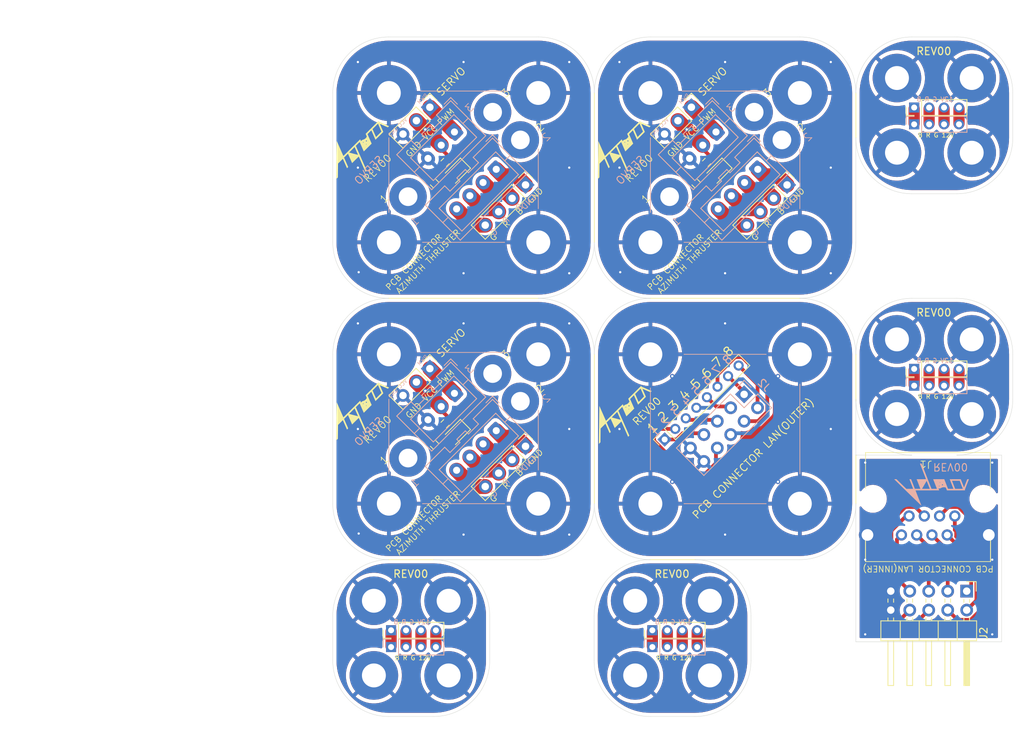
<source format=kicad_pcb>
(kicad_pcb (version 20241229) (generator "pcbnew") (generator_version "9.0")
  (layers (0 "F.Cu" signal) (2 "B.Cu" signal) (13 "F.Paste" user) (15 "B.Paste" user) (5 "F.SilkS" user "F.Silkscreen") (7 "B.SilkS" user "B.Silkscreen") (1 "F.Mask" user) (3 "B.Mask" user) (25 "Edge.Cuts" user))
  (net 0 "")
  (net 1 "Net-(SERVO1-Pin_1)")
  (net 2 "GND")
  (net 3 "Net-(SERVO_OK_OUTER1-A)")
  (net 7 "+7V")
  (net 8 "Net-(RGBLED1-Pin_1)")
  (net 9 "Net-(RGBLED1-Pin_4)")
  (net 10 "Net-(RGBLED1-Pin_2)")
  (net 11 "Net-(RGBLED1-Pin_3)")
  (net 12 "Net-(J1-Pin_3)")
  (net 13 "Net-(J1-Pin_1)")
  (net 14 "Net-(J1-Pin_2)")
  (net 15 "Net-(J1-Pin_4)")
  (net 16 "Net-(J1-Pin_6)")
  (net 17 "Net-(J1-Pin_7)")
  (net 18 "Net-(J1-Pin_8)")
  (net 19 "Net-(J1-Pin_5)")
  (net 20 "Net-(J2-Pin_7)")
  (net 21 "Net-(J2-Pin_1)")
  (net 22 "Net-(J2-Pin_3)")
  (net 23 "Net-(J2-Pin_6)")
  (net 24 "Net-(J2-Pin_5)")
  (net 25 "Net-(J2-Pin_4)")
  (net 26 "Net-(J2-Pin_8)")
  (net 27 "Net-(J2-Pin_2)")
  (footprint "custom_M3_pad_library:MountingHole_3.2mm_M3_PAD_for_spacer" (layer "F.Cu") (at 95.784322 112.309961)
    (property "Reference" "H3" (hide yes))
    (property "Value" "MountingHole_Pad")
  )
  (footprint "Connector_PinHeader_2.54mm:PinHeader_2x05_P2.54mm_Horizontal" (layer "F.Cu") (at 165.114325 101.01995 -90)
    (property "Reference" "J2")
    (property "Value" "Conn_02x05_Odd_Even")
  )
  (footprint "Connector_PinHeader_2.00mm:PinHeader_1x04_P2.00mm_Vertical" (layer "F.Cu") (at 158.084325 71.25995 90)
    (property "Reference" "J2" (hide yes))
    (property "Value" "Conn_01x04_Pin")
  )
  (footprint "specific_footprint_library:bldc_connector" (layer "F.Cu") (at 105.38572 40.59767 45)
    (property "Reference" "BLDC6" (hide yes))
    (property "Value" "~")
  )
  (footprint "Resistor_SMD:R_0603_1608Metric_Pad0.98x0.95mm_HandSolder" (layer "F.Cu") (at 128.895235 46.431301 -45)
    (property "Reference" "R7" (hide yes))
    (property "Value" "2.2k")
  )
  (footprint "custom_M3_pad_library:MountingHole_3.2mm_M3_PAD_for_spacer" (layer "F.Cu") (at 120.75 102.31)
    (property "Reference" "H1" (hide yes))
    (property "Value" "MountingHole_Pad")
  )
  (footprint "custom_M3_pad_library:MountingHole_3.2mm_M3_large_PAD_for_spacer" (layer "F.Cu") (at 87.784333 69.309992 45)
    (property "Reference" "H13" (hide yes))
    (property "Value" "MountingHole_Pad")
  )
  (footprint "LED_SMD:LED_0805_2012Metric_Pad1.15x1.40mm_HandSolder" (layer "F.Cu") (at 131.723662 45.017088 -135)
    (property "Reference" "SERVO_OK_OUTER3" (hide yes))
    (property "Value" "GREEN")
  )
  (footprint "custom_M3_pad_library:MountingHole_3.2mm_M3_large_PAD_for_spacer" (layer "F.Cu") (at 122.784324 89.309946 45)
    (property "Reference" "H2" (hide yes))
    (property "Value" "MountingHole_Pad")
  )
  (footprint "custom_M3_pad_library:MountingHole_3.2mm_M3_large_PAD_for_spacer" (layer "F.Cu") (at 122.784333 54.30997 45)
    (property "Reference" "H10" (hide yes))
    (property "Value" "MountingHole_Pad")
  )
  (footprint "Resistor_SMD:R_0603_1608Metric_Pad0.98x0.95mm_HandSolder" (layer "F.Cu") (at 95.309448 78.602874 -135)
    (property "Reference" "R8" (hide yes))
    (property "Value" "1k" (hide yes))
  )
  (footprint "specific_footprint_library:bldc_connector" (layer "F.Cu") (at 101.673409 36.88536 45)
    (property "Reference" "BLDC5" (hide yes))
    (property "Value" "~")
  )
  (footprint "Connector_PinHeader_2.54mm:PinHeader_1x04_P2.54mm_Vertical" (layer "F.Cu") (at 141.075615 46.62529 -45)
    (property "Reference" "RGBLED6" (hide yes))
    (property "Value" "Conn_01x04_Pin")
  )
  (footprint "custom_M3_pad_library:MountingHole_3.2mm_M3_PAD_for_spacer" (layer "F.Cu") (at 130.75 112.31)
    (property "Reference" "H3" (hide yes))
    (property "Value" "MountingHole_Pad")
  )
  (footprint "custom_M3_pad_library:MountingHole_3.2mm_M3_PAD_for_spacer" (layer "F.Cu") (at 165.784325 77.30995)
    (property "Reference" "H3" (hide yes))
    (property "Value" "MountingHole_Pad")
  )
  (footprint "custom_M3_pad_library:MountingHole_3.2mm_M3_large_PAD_for_spacer" (layer "F.Cu") (at 87.784333 89.30997 45)
    (property "Reference" "H14" (hide yes))
    (property "Value" "MountingHole_Pad")
  )
  (footprint "Resistor_SMD:R_0603_1608Metric_Pad0.98x0.95mm_HandSolder" (layer "F.Cu") (at 93.895235 81.431301 -45)
    (property "Reference" "R9" (hide yes))
    (property "Value" "2.2k")
  )
  (footprint "Connector_PinHeader_2.00mm:PinHeader_1x04_P2.00mm_Vertical" (layer "F.Cu") (at 88.084322 106.259961 90)
    (property "Reference" "J2" (hide yes))
    (property "Value" "Conn_01x04_Pin")
  )
  (footprint "custom_M3_pad_library:MountingHole_3.2mm_M3_PAD_for_spacer" (layer "F.Cu") (at 85.784322 102.309961)
    (property "Reference" "H1" (hide yes))
    (property "Value" "MountingHole_Pad")
  )
  (footprint "custom_M3_pad_library:MountingHole_3.2mm_M3_PAD_for_spacer" (layer "F.Cu") (at 155.784325 77.30995)
    (property "Reference" "H2" (hide yes))
    (property "Value" "MountingHole_Pad")
  )
  (footprint "custom_M3_pad_library:MountingHole_3.2mm_M3_large_PAD_for_spacer" (layer "F.Cu") (at 142.784311 54.30997 45)
    (property "Reference" "H11" (hide yes))
    (property "Value" "MountingHole_Pad")
  )
  (footprint "Connector_PinHeader_2.00mm:PinHeader_1x04_P2.00mm_Vertical" (layer "F.Cu") (at 158.084341 36.26 90)
    (property "Reference" "J2" (hide yes))
    (property "Value" "Conn_01x04_Pin")
  )
  (footprint "Connector_PinHeader_2.54mm:PinHeader_1x03_P2.54mm_Vertical" (layer "F.Cu") (at 128.271866 36.223192 -45)
    (property "Reference" "SERVO6" (hide yes))
    (property "Value" "~")
  )
  (footprint "Connector_PinHeader_2.54mm:PinHeader_1x03_P2.54mm_Vertical" (layer "F.Cu") (at 93.271866 71.223192 -45)
    (property "Reference" "SERVO8" (hide yes))
    (property "Value" "~")
  )
  (footprint "Resistor_SMD:R_0603_1608Metric_Pad0.98x0.95mm_HandSolder" (layer "F.Cu") (at 93.895235 46.431301 -45)
    (property "Reference" "R5" (hide yes))
    (property "Value" "2.2k")
  )
  (footprint "Connector_PinHeader_2.00mm:PinHeader_1x04_P2.00mm_Vertical" (layer "F.Cu") (at 123.05 106.26 90)
    (property "Reference" "J2" (hide yes))
    (property "Value" "Conn_01x04_Pin")
  )
  (footprint "custom_M3_pad_library:MountingHole_3.2mm_M3_large_PAD_for_spacer" (layer "F.Cu") (at 122.784324 69.30994 45)
    (property "Reference" "H1" (hide yes))
    (property "Value" "MountingHole_Pad")
  )
  (footprint "custom_M3_pad_library:MountingHole_3.2mm_M3_PAD_for_spacer" (layer "F.Cu") (at 85.784322 112.309961)
    (property "Reference" "H2" (hide yes))
    (property "Value" "MountingHole_Pad")
  )
  (footprint "custom_M3_pad_library:MountingHole_3.2mm_M3_PAD_for_spacer" (layer "F.Cu") (at 165.784325 67.30995)
    (property "Reference" "H4" (hide yes))
    (property "Value" "MountingHole_Pad")
  )
  (footprint "specific_footprint_library:bldc_connector" (layer "F.Cu") (at 90.359701 48.199068 45)
    (property "Reference" "BLDC4" (hide yes))
    (property "Value" "~")
  )
  (footprint "specific_footprint_library:bldc_connector" (layer "F.Cu") (at 90.359701 83.199068 45)
    (property "Reference" "BLDC10" (hide yes))
    (property "Value" "~")
  )
  (footprint "specific_footprint_library:bldc_connector" (layer "F.Cu") (at 105.38572 75.59767 45)
    (property "Reference" "BLDC12" (hide yes))
    (property "Value" "~")
  )
  (footprint "custom_M3_pad_library:MountingHole_3.2mm_M3_large_PAD_for_spacer" (layer "F.Cu") (at 142.78433 69.30994 45)
    (property "Reference" "H4" (hide yes))
    (property "Value" "MountingHole_Pad")
  )
  (footprint "Resistor_SMD:R_0603_1608Metric_Pad0.98x0.95mm_HandSolder" (layer "F.Cu") (at 130.309448 43.602874 -135)
    (property "Reference" "R6" (hide yes))
    (property "Value" "1k" (hide yes))
  )
  (footprint "aqua_rogo:aqua_rogo" (layer "F.Cu") (at 83.642186 41.835107 45)
    (property "Reference" "G***1" (hide yes))
    (property "Value" "LOGO" (hide yes))
  )
  (footprint "custom_M3_pad_library:MountingHole_3.2mm_M3_PAD_for_spacer" (layer "F.Cu") (at 155.784341 32.31)
    (property "Reference" "H1" (hide yes))
    (property "Value" "MountingHole_Pad")
  )
  (footprint "specific_footprint_library:bldc_connector" (layer "F.Cu") (at 140.38572 40.59767 45)
    (property "Reference" "BLDC9" (hide yes))
    (property "Value" "~")
  )
  (footprint "aqua_rogo:aqua_rogo" (layer "F.Cu") (at 83.642186 76.835107 45)
    (property "Reference" "G***3" (hide yes))
    (property "Value" "LOGO" (hide yes))
  )
  (footprint "LED_SMD:LED_0805_2012Metric_Pad1.15x1.40mm_HandSolder" (layer "F.Cu") (at 96.723662 80.017088 -135)
    (property "Reference" "SERVO_OK_OUTER4" (hide yes))
    (property "Value" "GREEN")
  )
  (footprint "Connector_PinHeader_2.54mm:PinHeader_1x03_P2.54mm_Vertical" (layer "F.Cu") (at 93.271866 36.223192 -45)
    (property "Reference" "SERVO4" (hide yes))
    (property "Value" "~")
  )
  (footprint "pcb_connector_lan_footprint:RJ45 Neltron Industrial Co., Ltd. 7810-8P8C" (layer "F.Cu") (at 152.554325 88.65995 180)
    (property "Reference" "J1")
    (property "Value" "RJ45_Shielded")
  )
  (footprint "custom_M3_pad_library:MountingHole_3.2mm_M3_large_PAD_for_spacer" (layer "F.Cu") (at 142.78433 89.309946 45)
    (property "Reference" "H3" (hide yes))
    (property "Value" "MountingHole_Pad")
  )
  (footprint "LED_SMD:LED_0805_2012Metric_Pad1.15x1.40mm_HandSolder" (layer "F.Cu") (at 96.723662 45.017088 -135)
    (property "Reference" "SERVO_OK_OUTER2" (hide yes))
    (property "Value" "GREEN")
  )
  (footprint "aqua_rogo:aqua_rogo" (layer "F.Cu") (at 118.642186 41.835107 45)
    (property "Reference" "G***2" (hide yes))
    (property "Value" "LOGO" (hide yes))
  )
  (footprint "Resistor_SMD:R_0603_1608Metric_Pad0.98x0.95mm_HandSolder" (layer "F.Cu") (at 95.309448 43.602874 -135)
    (property "Reference" "R3" (hide yes))
    (property "Value" "1k" (hide yes))
  )
  (footprint "Connector_PinHeader_2.54mm:PinHeader_1x04_P2.54mm_Vertical" (layer "F.Cu") (at 106.075615 81.62529 -45)
    (property "Reference" "RGBLED8" (hide yes))
    (property "Value" "Conn_01x04_Pin")
  )
  (footprint "custom_M3_pad_library:MountingHole_3.2mm_M3_PAD_for_spacer" (layer "F.Cu") (at 155.784341 42.31)
    (property "Reference" "H2" (hide yes))
    (property "Value" "MountingHole_Pad")
  )
  (footprint "custom_M3_pad_library:MountingHole_3.2mm_M3_PAD_for_spacer" (layer "F.Cu") (at 95.784322 102.309961)
    (property "Reference" "H4" (hide yes))
    (property "Value" "MountingHole_Pad")
  )
  (footprint "custom_M3_pad_library:MountingHole_3.2mm_M3_large_PAD_for_spacer" (layer "F.Cu") (at 87.784333 34.309992 45)
    (property "Reference" "H5" (hide yes))
    (property "Value" "MountingHole_Pad")
  )
  (footprint "custom_M3_pad_library:MountingHole_3.2mm_M3_large_PAD_for_spacer" (layer "F.Cu") (at 107.784311 34.309992 45)
    (property "Reference" "H8" (hide yes))
    (property "Value" "MountingHole_Pad")
  )
  (footprint "specific_footprint_library:bldc_connector" (layer "F.Cu") (at 136.673409 36.88536 45)
    (property "Reference" "BLDC8" (hide yes))
    (property "Value" "~")
  )
  (footprint "custom_M3_pad_library:MountingHole_3.2mm_M3_large_PAD_for_spacer" (layer "F.Cu") (at 107.784311 54.30997 45)
    (property "Reference" "H7" (hide yes))
    (property "Value" "MountingHole_Pad")
  )
  (footprint "specific_footprint_library:bldc_connector" (layer "F.Cu") (at 101.673409 71.88536 45)
    (property "Reference" "BLDC11" (hide yes))
    (property "Value" "~")
  )
  (footprint "custom_M3_pad_library:MountingHole_3.2mm_M3_large_PAD_for_spacer" (layer "F.Cu") (at 107.784311 89.30997 45)
    (property "Reference" "H15" (hide yes))
    (property "Value" "MountingHole_Pad")
  )
  (footprint "custom_M3_pad_library:MountingHole_3.2mm_M3_large_PAD_for_spacer" (layer "F.Cu") (at 142.784311 34.309992 45)
    (property "Reference" "H12" (hide yes))
    (property "Value" "MountingHole_Pad")
  )
  (footprint "custom_M3_pad_library:MountingHole_3.2mm_M3_large_PAD_for_spacer" (layer "F.Cu") (at 87.784333 54.30997 45)
    (property "Reference" "H6" (hide yes))
    (property "Value" "MountingHole_Pad")
  )
  (footprint "custom_M3_pad_library:MountingHole_3.2mm_M3_PAD_for_spacer" (layer "F.Cu") (at 165.784341 42.31)
    (property "Reference" "H3" (hide yes))
    (property "Value" "MountingHole_Pad")
  )
  (footprint "Connector_PinSocket_2.00mm:PinSocket_1x08_P2.00mm_Vertical" (layer "F.Cu") (at 124.695491 80.71048 135)
    (property "Reference" "J1" (hide yes))
    (property "Value" "Conn_01x08_Pin")
  )
  (footprint "custom_M3_pad_library:MountingHole_3.2mm_M3_PAD_for_spacer" (layer "F.Cu") (at 165.784341 32.31)
    (property "Reference" "H4" (hide yes))
    (property "Value" "MountingHole_Pad")
  )
  (footprint "custom_M3_pad_library:MountingHole_3.2mm_M3_PAD_for_spacer" (layer "F.Cu") (at 155.784325 67.30995)
    (property "Reference" "H1" (hide yes))
    (property "Value" "MountingHole_Pad")
  )
  (footprint "custom_M3_pad_library:MountingHole_3.2mm_M3_large_PAD_for_spacer" (layer "F.Cu") (at 122.784333 34.309992 45)
    (property "Reference" "H9" (hide yes))
    (property "Value" "MountingHole_Pad")
  )
  (footprint "specific_footprint_library:bldc_connector" (layer "F.Cu") (at 125.359701 48.199068 45)
    (property "Reference" "BLDC7" (hide yes))
    (property "Value" "~")
  )
  (footprint "Connector_PinHeader_2.54mm:PinHeader_1x04_P2.54mm_Vertical" (layer "F.Cu") (at 106.075615 46.62529 -45)
    (property "Reference" "RGBLED4" (hide yes))
    (property "Value" "Conn_01x04_Pin")
  )
  (footprint "aqua_rogo:aqua_rogo" (layer "F.Cu") (at 118.784342 77.309945 45)
    (property "Reference" "G***" (hide yes))
    (property "Value" "LOGO" (hide yes))
  )
  (footprint "custom_M3_pad_library:MountingHole_3.2mm_M3_large_PAD_for_spacer" (layer "F.Cu") (at 107.784311 69.309992 45)
    (property "Reference" "H16" (hide yes))
    (property "Value" "MountingHole_Pad")
  )
  (footprint "custom_M3_pad_library:MountingHole_3.2mm_M3_PAD_for_spacer" (layer "F.Cu") (at 120.75 112.31)
    (property "Reference" "H2" (hide yes))
    (property "Value" "MountingHole_Pad")
  )
  (footprint "custom_M3_pad_library:MountingHole_3.2mm_M3_PAD_for_spacer" (layer "F.Cu") (at 130.75 102.31)
    (property "Reference" "H4" (hide yes))
    (property "Value" "MountingHole_Pad")
  )
  (footprint "Connector_PinHeader_2.00mm:PinHeader_1x04_P2.00mm_Vertical" (layer "B.Cu") (at 158.084325 73.50995 -90)
    (property "Reference" "J1" (hide yes))
    (property "Value" "Conn_01x04_Pin")
  )
  (footprint "aqua_rogo:aqua_rogo" (layer "B.Cu") (at 160.284325 86.80995)
    (property "Reference" "G***" (hide yes))
    (property "Value" "LOGO" (hide yes))
  )
  (footprint "Connector_JST:JST_XA_B04B-XASK-1_1x04_P2.50mm_Vertical" (layer "B.Cu") (at 102.158243 44.532254 -135)
    (property "Reference" "RGBLED3" (hide yes))
    (property "Value" "Conn_01x04_Pin")
  )
  (footprint "Connector_PinHeader_2.00mm:PinHeader_1x04_P2.00mm_Vertical" (layer "B.Cu") (at 158.084341 38.51 -90)
    (property "Reference" "J1" (hide yes))
    (property "Value" "Conn_01x04_Pin")
  )
  (footprint "Connector_JST:JST_XA_B03B-XASK-1_1x03_P2.50mm_Vertical" (layer "B.Cu") (at 96.564653 39.53701 -135)
    (property "Reference" "SERVO3" (hide yes))
    (property "Value" "~")
  )
  (footprint "Connector_JST:JST_XA_B04B-XASK-1_1x04_P2.50mm_Vertical" (layer "B.Cu") (at 102.158243 79.532254 -135)
    (property "Reference" "RGBLED7" (hide yes))
    (property "Value" "Conn_01x04_Pin")
  )
  (footprint "Connector_JST:JST_XA_B03B-XASK-1_1x03_P2.50mm_Vertical" (layer "B.Cu") (at 131.564653 39.53701 -135)
    (property "Reference" "SERVO5" (hide yes))
    (property "Value" "~")
  )
  (footprint "Connector_JST:JST_XA_B04B-XASK-1_1x04_P2.50mm_Vertical" (layer "B.Cu") (at 137.158243 44.532254 -135)
    (property "Reference" "RGBLED5" (hide yes))
    (property "Value" "Conn_01x04_Pin")
  )
  (footprint "Connector_PinSocket_2.54mm:PinSocket_2x05_P2.54mm_Vertical" (layer "B.Cu") (at 135.330377 74.671788 135)
    (property "Reference" "J2")
    (property "Value" "Conn_02x05_Odd_Even")
  )
  (footprint "Connector_PinHeader_2.00mm:PinHeader_1x04_P2.00mm_Vertical" (layer "B.Cu") (at 123.05 108.51 -90)
    (property "Reference" "J1" (hide yes))
    (property "Value" "Conn_01x04_Pin")
  )
  (footprint "Connector_PinHeader_2.00mm:PinHeader_1x04_P2.00mm_Vertical" (layer "B.Cu") (at 88.084322 108.509961 -90)
    (property "Reference" "J1" (hide yes))
    (property "Value" "Conn_01x04_Pin")
  )
  (footprint "Connector_JST:JST_XA_B03B-XASK-1_1x03_P2.50mm_Vertical" (layer "B.Cu") (at 96.564653 74.53701 -135)
    (property "Reference" "SERVO7" (hide yes))
    (property "Value" "~")
  )
  (gr_line (start 122.784325 96.80995) (end 128.784325 96.80995) (stroke (width 0.1)) (layer "F.SilkS"))
  (gr_line (start 115.284341 34.31) (end 115.284341 54.31) (stroke (width 0.1)) (layer "F.SilkS"))
  (gr_line (start 142.784341 61.81) (end 122.784341 61.81) (stroke (width 0.1)) (layer "F.SilkS"))
  (gr_line (start 115.284341 69.31) (end 115.284341 89.31) (stroke (width 0.1)) (layer "F.SilkS"))
  (gr_line (start 150.284325 89.30995) (end 150.284325 82.80995) (stroke (width 0.1)) (layer "F.SilkS"))
  (gr_line (start 150.284341 34.31) (end 150.284341 40.31) (stroke (width 0.1)) (layer "F.SilkS"))
  (gr_line (start 150.284325 69.30995) (end 150.284325 75.55995) (stroke (width 0.1)) (layer "F.SilkS"))
  (gr_line (start 107.784341 61.81) (end 87.784341 61.81) (stroke (width 0.1)) (layer "F.SilkS"))
  (gr_line (start 87.784325 96.80995) (end 93.784325 96.80995) (stroke (width 0.1)) (layer "F.SilkS"))
  (gr_line (start 138.534316 34.059992) (end 127.034328 34.059992) (stroke (width 0.1)) (layer "B.SilkS"))
  (gr_line (start 122.784333 50.309974) (end 122.784333 40.309985) (stroke (width 0.1)) (layer "B.SilkS"))
  (gr_line (start 87.784333 50.309974) (end 87.784333 40.309985) (stroke (width 0.1)) (layer "B.SilkS"))
  (gr_line (start 138.284316 54.30997) (end 127.284328 54.30997) (stroke (width 0.1)) (layer "B.SilkS"))
  (gr_line (start 122.784338 84.809937) (end 122.784338 73.809949) (stroke (width 0.1)) (layer "B.SilkS"))
  (gr_line (start 107.784311 38.809987) (end 107.784311 39.309987) (stroke (width 0.1)) (layer "B.SilkS"))
  (gr_line (start 142.784311 38.809987) (end 142.784311 39.309987) (stroke (width 0.1)) (layer "B.SilkS"))
  (gr_line (start 103.284316 54.30997) (end 92.284328 54.30997) (stroke (width 0.1)) (layer "B.SilkS"))
  (gr_line (start 142.784311 41.809984) (end 142.784311 49.809975) (stroke (width 0.1)) (layer "B.SilkS"))
  (gr_line (start 107.784311 41.809984) (end 107.784311 49.809975) (stroke (width 0.1)) (layer "B.SilkS"))
  (gr_line (start 103.534316 34.059992) (end 92.034328 34.059992) (stroke (width 0.1)) (layer "B.SilkS"))
  (gr_line (start 107.784311 73.809987) (end 107.784311 74.309987) (stroke (width 0.1)) (layer "B.SilkS"))
  (gr_line (start 127.284333 69.309954) (end 138.284321 69.309954) (stroke (width 0.1)) (layer "B.SilkS"))
  (gr_line (start 87.784333 85.309974) (end 87.784333 75.309985) (stroke (width 0.1)) (layer "B.SilkS"))
  (gr_line (start 142.784316 85.309936) (end 142.784316 73.30995) (stroke (width 0.1)) (layer "B.SilkS"))
  (gr_line (start 103.284316 89.30997) (end 92.284328 89.30997) (stroke (width 0.1)) (layer "B.SilkS"))
  (gr_line (start 127.284333 89.309932) (end 138.284321 89.309932) (stroke (width 0.1)) (layer "B.SilkS"))
  (gr_line (start 103.534316 69.059992) (end 92.034328 69.059992) (stroke (width 0.1)) (layer "B.SilkS"))
  (gr_line (start 107.784311 76.809984) (end 107.784311 84.809975) (stroke (width 0.1)) (layer "B.SilkS"))
  (gr_arc (start 115.284341 34.309992) (mid 117.481038 29.006697) (end 122.784333 26.81) (stroke (width 0.05)) (layer "Edge.Cuts"))
  (gr_line (start 150.284325 82.80995) (end 150.284325 75.30995) (stroke (width 0.05)) (layer "Edge.Cuts"))
  (gr_arc (start 128.75 96.81) (mid 134.053301 99.006699) (end 136.25 104.31) (stroke (width 0.05)) (layer "Edge.Cuts"))
  (gr_line (start 169.784325 107.80995) (end 169.784325 82.80995) (stroke (width 0.05)) (layer "Edge.Cuts"))
  (gr_line (start 160.034325 107.80995) (end 169.784325 107.80995) (stroke (width 0.05)) (layer "Edge.Cuts"))
  (gr_arc (start 107.784311 26.81) (mid 113.087606 29.006697) (end 115.284303 34.309992) (stroke (width 0.05)) (layer "Edge.Cuts"))
  (gr_arc (start 87.784333 96.809962) (mid 82.481038 94.613265) (end 80.284341 89.30997) (stroke (width 0.05)) (layer "Edge.Cuts"))
  (gr_line (start 160.034325 107.80995) (end 150.284325 107.80995) (stroke (width 0.05)) (layer "Edge.Cuts"))
  (gr_arc (start 87.784322 117.809961) (mid 82.481021 115.613262) (end 80.284322 110.309961) (stroke (width 0.05)) (layer "Edge.Cuts"))
  (gr_arc (start 157.784341 47.81) (mid 152.481014 45.613315) (end 150.284341 40.31) (stroke (width 0.05)) (layer "Edge.Cuts"))
  (gr_line (start 128.75 96.81) (end 142.784316 96.809924) (stroke (width 0.05)) (layer "Edge.Cuts"))
  (gr_arc (start 150.284303 54.30997) (mid 148.087606 59.613265) (end 142.784311 61.809962) (stroke (width 0.05)) (layer "Edge.Cuts"))
  (gr_arc (start 101.284322 110.309961) (mid 99.087623 115.613262) (end 93.784322 117.809961) (stroke (width 0.05)) (layer "Edge.Cuts"))
  (gr_arc (start 115.284346 69.309954) (mid 117.481043 64.006659) (end 122.784338 61.809962) (stroke (width 0.05)) (layer "Edge.Cuts"))
  (gr_line (start 163.784341 26.81) (end 157.784341 26.81) (stroke (width 0.05)) (layer "Edge.Cuts"))
  (gr_arc (start 87.784333 61.809962) (mid 82.481038 59.613265) (end 80.284341 54.30997) (stroke (width 0.05)) (layer "Edge.Cuts"))
  (gr_arc (start 171.284341 40.31) (mid 169.087644 45.613315) (end 163.784341 47.81) (stroke (width 0.05)) (layer "Edge.Cuts"))
  (gr_arc (start 122.75 117.81) (mid 117.446699 115.613301) (end 115.25 110.31) (stroke (width 0.05)) (layer "Edge.Cuts"))
  (gr_arc (start 115.284303 89.30997) (mid 113.087609 94.61328) (end 107.784311 96.810002) (stroke (width 0.05)) (layer "Edge.Cuts"))
  (gr_line (start 150.284325 107.80995) (end 150.284308 89.309932) (stroke (width 0.05)) (layer "Edge.Cuts"))
  (gr_arc (start 136.25 110.31) (mid 134.053301 115.613301) (end 128.75 117.81) (stroke (width 0.05)) (layer "Edge.Cuts"))
  (gr_line (start 80.284322 104.309961) (end 80.284322 110.309961) (stroke (width 0.05)) (layer "Edge.Cuts"))
  (gr_arc (start 150.284308 89.309932) (mid 148.087611 94.613227) (end 142.784316 96.809924) (stroke (width 0.05)) (layer "Edge.Cuts"))
  (gr_line (start 80.284343 34.309993) (end 80.284341 54.30997) (stroke (width 0.05)) (layer "Edge.Cuts"))
  (gr_line (start 107.78431 26.810001) (end 87.784334 26.810002) (stroke (width 0.05)) (layer "Edge.Cuts"))
  (gr_arc (start 122.784333 61.809962) (mid 117.481038 59.613265) (end 115.284341 54.30997) (stroke (width 0.05)) (layer "Edge.Cuts"))
  (gr_line (start 171.284325 75.30995) (end 171.284325 69.30995) (stroke (width 0.05)) (layer "Edge.Cuts"))
  (gr_line (start 163.784325 61.80995) (end 157.784325 61.80995) (stroke (width 0.05)) (layer "Edge.Cuts"))
  (gr_line (start 142.78431 26.810001) (end 122.784334 26.810002) (stroke (width 0.05)) (layer "Edge.Cuts"))
  (gr_line (start 157.784325 82.80995) (end 150.284325 82.80995) (stroke (width 0.05)) (layer "Edge.Cuts"))
  (gr_arc (start 115.284303 54.30997) (mid 113.087606 59.613265) (end 107.784311 61.809962) (stroke (width 0.05)) (layer "Edge.Cuts"))
  (gr_line (start 157.784341 47.81) (end 163.784341 47.81004) (stroke (width 0.05)) (layer "Edge.Cuts"))
  (gr_arc (start 157.784325 82.80995) (mid 152.481024 80.613251) (end 150.284325 75.30995) (stroke (width 0.05)) (layer "Edge.Cuts"))
  (gr_line (start 150.284302 54.30997) (end 150.284341 40.309979) (stroke (width 0.05)) (layer "Edge.Cuts"))
  (gr_arc (start 107.784311 61.81) (mid 113.087606 64.006697) (end 115.284303 69.309992) (stroke (width 0.05)) (layer "Edge.Cuts"))
  (gr_line (start 163.784325 82.80995) (end 169.784325 82.80995) (stroke (width 0.05)) (layer "Edge.Cuts"))
  (gr_arc (start 80.284341 34.309992) (mid 82.481038 29.006697) (end 87.784333 26.81) (stroke (width 0.05)) (layer "Edge.Cuts"))
  (gr_arc (start 142.784316 61.809962) (mid 148.087611 64.006659) (end 150.284308 69.309954) (stroke (width 0.05)) (layer "Edge.Cuts"))
  (gr_line (start 136.25 110.31) (end 136.25 104.31) (stroke (width 0.05)) (layer "Edge.Cuts"))
  (gr_arc (start 163.784341 26.81) (mid 169.087642 29.006699) (end 171.284341 34.31) (stroke (width 0.05)) (layer "Edge.Cuts"))
  (gr_line (start 80.284343 69.309993) (end 80.284341 89.30997) (stroke (width 0.05)) (layer "Edge.Cuts"))
  (gr_line (start 87.784322 117.809961) (end 93.784322 117.809961) (stroke (width 0.05)) (layer "Edge.Cuts"))
  (gr_arc (start 122.784338 96.809924) (mid 117.481043 94.613227) (end 115.284346 89.309932) (stroke (width 0.05)) (layer "Edge.Cuts"))
  (gr_arc (start 142.784349 26.810008) (mid 148.087644 29.006705) (end 150.284341 34.31) (stroke (width 0.05)) (layer "Edge.Cuts"))
  (gr_line (start 122.75 117.81) (end 128.75 117.81) (stroke (width 0.05)) (layer "Edge.Cuts"))
  (gr_arc (start 80.284322 104.309961) (mid 82.481021 99.00666) (end 87.784322 96.809961) (stroke (width 0.05)) (layer "Edge.Cuts"))
  (gr_line (start 93.784322 96.81) (end 107.784352 96.81004) (stroke (width 0.05)) (layer "Edge.Cuts"))
  (gr_arc (start 93.784322 96.81) (mid 99.087616 99.006706) (end 101.284322 104.31) (stroke (width 0.05)) (layer "Edge.Cuts"))
  (gr_arc (start 80.284341 69.309992) (mid 82.481038 64.006697) (end 87.784333 61.81) (stroke (width 0.05)) (layer "Edge.Cuts"))
  (gr_arc (start 115.25 104.31) (mid 117.446699 99.006699) (end 122.75 96.81) (stroke (width 0.05)) (layer "Edge.Cuts"))
  (gr_arc (start 150.284325 69.30995) (mid 152.481024 64.006649) (end 157.784325 61.80995) (stroke (width 0.05)) (layer "Edge.Cuts"))
  (gr_arc (start 171.284325 75.30995) (mid 169.087626 80.613251) (end 163.784325 82.80995) (stroke (width 0.05)) (layer "Edge.Cuts"))
  (gr_line (start 101.284322 104.31) (end 101.284321 110.31) (stroke (width 0.05)) (layer "Edge.Cuts"))
  (gr_arc (start 150.284341 34.31) (mid 152.48104 29.006699) (end 157.784341 26.81) (stroke (width 0.05)) (layer "Edge.Cuts"))
  (gr_line (start 171.284341 40.31) (end 171.284341 34.31) (stroke (width 0.05)) (layer "Edge.Cuts"))
  (gr_line (start 115.25 104.31) (end 115.250001 110.31) (stroke (width 0.05)) (layer "Edge.Cuts"))
  (gr_arc (start 163.784325 61.80995) (mid 169.087626 64.006649) (end 171.284325 69.30995) (stroke (width 0.05)) (layer "Edge.Cuts"))
  (gr_text "SERVO" (at 129.779118 34.940816 45) (layer "F.SilkS") (effects (font (size 1 1) (thickness 0.125)) (justify left bottom)))
  (gr_text "PCB CONNECTOR LAN(INNER)" (at 168.784325 97.55995 180) (layer "F.SilkS") (effects (font (size 0.8 0.8) (thickness 0.1)) (justify left bottom)))
  (gr_text "GND" (at 106.784312 49.309975 45) (layer "F.SilkS") (effects (font (size 0.8 0.8) (thickness 0.1)) (justify left bottom)))
  (gr_text "PCB CONNECTOR\n AZIMUTH THRUSTER" (at 88.784332 96.809962 45) (layer "F.SilkS") (effects (font (size 0.8 0.8) (thickness 0.1)) (justify left bottom)))
  (gr_text "B R G 12V" (at 123.5 110.31 0) (layer "F.SilkS") (effects (font (size 0.6 0.6) (thickness 0.1)) (justify left bottom)))
  (gr_text "B R G 12V" (at 158.534341 40.31 0) (layer "F.SilkS") (effects (font (size 0.6 0.6) (thickness 0.1)) (justify left bottom)))
  (gr_text "REV00" (at 84.981029 46.506672 45) (layer "F.SilkS") (effects (font (size 1 1) (thickness 0.1)) (justify left bottom)))
  (gr_text "REV00" (at 158.284325 64.30995 0) (layer "F.SilkS") (effects (font (size 1 1)) (justify left bottom)))
  (gr_text "REV00" (at 88.284322 99.309961 0) (layer "F.SilkS") (effects (font (size 1 1)) (justify left bottom)))
  (gr_text "G" (at 101.784318 54.30997 45) (layer "F.SilkS") (effects (font (size 0.8 0.8) (thickness 0.1)) (justify left bottom)))
  (gr_text "VCC" (at 127.77912 40.822547 45) (layer "F.SilkS") (effects (font (size 0.8 0.8) (thickness 0.1)) (justify left bottom)))
  (gr_text "PCB CONNECTOR\n AZIMUTH THRUSTER" (at 88.784332 61.809962 45) (layer "F.SilkS") (effects (font (size 0.8 0.8) (thickness 0.1)) (justify left bottom)))
  (gr_text "REV00" (at 123.25 99.31 0) (layer "F.SilkS") (effects (font (size 1 1)) (justify left bottom)))
  (gr_text "G" (at 101.784318 89.30997 45) (layer "F.SilkS") (effects (font (size 0.8 0.8) (thickness 0.1)) (justify left bottom)))
  (gr_text "GND" (at 141.784312 49.309975 45) (layer "F.SilkS") (effects (font (size 0.8 0.8) (thickness 0.1)) (justify left bottom)))
  (gr_text "PWM" (at 94.779117 38.822549 45) (layer "F.SilkS") (effects (font (size 0.8 0.8) (thickness 0.1)) (justify left bottom)))
  (gr_text "PCB CONNECTOR\n AZIMUTH THRUSTER" (at 123.784332 61.809962 45) (layer "F.SilkS") (effects (font (size 0.8 0.8) (thickness 0.1)) (justify left bottom)))
  (gr_text "REV00" (at 84.981029 81.506672 45) (layer "F.SilkS") (effects (font (size 1 1) (thickness 0.1)) (justify left bottom)))
  (gr_text "2" (at 108.03737 74.713787 45) (layer "F.SilkS") (effects (font (size 1 1) (thickness 0.1)) (justify left bottom)))
  (gr_text "REV00" (at 158.284341 29.31 0) (layer "F.SilkS") (effects (font (size 1 1)) (justify left bottom)))
  (gr_text "SERVO" (at 94.779118 69.940816 45) (layer "F.SilkS") (effects (font (size 1 1) (thickness 0.125)) (justify left bottom)))
  (gr_text "B R G 12V" (at 88.534322 110.309961 0) (layer "F.SilkS") (effects (font (size 0.6 0.6) (thickness 0.1)) (justify left bottom)))
  (gr_text "3" (at 138.441176 35.117593 45) (layer "F.SilkS") (effects (font (size 1 1) (thickness 0.1)) (justify left bottom)))
  (gr_text "B R G 12V" (at 158.534325 75.30995 0) (layer "F.SilkS") (effects (font (size 0.6 0.6) (thickness 0.1)) (justify left bottom)))
  (gr_text "VCC" (at 92.77912 75.822547 45) (layer "F.SilkS") (effects (font (size 0.8 0.8) (thickness 0.1)) (justify left bottom)))
  (gr_text "GND" (at 125.529122 43.072544 45) (layer "F.SilkS") (effects (font (size 0.8 0.8) (thickness 0.1)) (justify left bottom)))
  (gr_text "R" (at 103.534316 87.559972 45) (layer "F.SilkS") (effects (font (size 0.8 0.8) (thickness 0.1)) (justify left bottom)))
  (gr_text "REV00" (at 121.03434 79.059943 45) (layer "F.SilkS") (effects (font (size 1 1) (thickness 0.125)) (justify left bottom)))
  (gr_text "R" (at 138.534316 52.559972 45) (layer "F.SilkS") (effects (font (size 0.8 0.8) (thickness 0.1)) (justify left bottom)))
  (gr_text "2" (at 108.03737 39.713787 45) (layer "F.SilkS") (effects (font (size 1 1) (thickness 0.1)) (justify left bottom)))
  (gr_text "1 2 3 4 5 6 7 8" (at 123.061508 80.087112 45) (layer "F.SilkS") (effects (font (size 1.2 1.2)) (justify left bottom)))
  (gr_text "B" (at 140.284314 50.809974 45) (layer "F.SilkS") (effects (font (size 0.8 0.8) (thickness 0.1)) (justify left bottom)))
  (gr_text "3" (at 103.441176 70.117593 45) (layer "F.SilkS") (effects (font (size 1 1) (thickness 0.1)) (justify left bottom)))
  (gr_text "R" (at 103.534316 52.559972 45) (layer "F.SilkS") (effects (font (size 0.8 0.8) (thickness 0.1)) (justify left bottom)))
  (gr_text "PWM" (at 94.779117 73.822549 45) (layer "F.SilkS") (effects (font (size 0.8 0.8) (thickness 0.1)) (justify left bottom)))
  (gr_text "GND" (at 90.529122 43.072544 45) (layer "F.SilkS") (effects (font (size 0.8 0.8) (thickness 0.1)) (justify left bottom)))
  (gr_text "2" (at 143.03737 39.713787 45) (layer "F.SilkS") (effects (font (size 1 1) (thickness 0.1)) (justify left bottom)))
  (gr_text "1" (at 87.17772 84.259728 45) (layer "F.SilkS") (effects (font (size 1 1) (thickness 0.1)) (justify left bottom)))
  (gr_text "SERVO" (at 94.779118 34.940816 45) (layer "F.SilkS") (effects (font (size 1 1) (thickness 0.125)) (justify left bottom)))
  (gr_text "GND" (at 106.784312 84.309975 45) (layer "F.SilkS") (effects (font (size 0.8 0.8) (thickness 0.1)) (justify left bottom)))
  (gr_text "PCB CONNECTOR LAN(OUTER)" (at 129.034331 91.559929 45) (layer "F.SilkS") (effects (font (size 1 1) (thickness 0.125)) (justify left bottom)))
  (gr_text "1" (at 87.17772 49.259728 45) (layer "F.SilkS") (effects (font (size 1 1) (thickness 0.1)) (justify left bottom)))
  (gr_text "VCC" (at 92.77912 40.822547 45) (layer "F.SilkS") (effects (font (size 0.8 0.8) (thickness 0.1)) (justify left bottom)))
  (gr_text "B" (at 105.284314 50.809974 45) (layer "F.SilkS") (effects (font (size 0.8 0.8) (thickness 0.1)) (justify left bottom)))
  (gr_text "G" (at 136.784318 54.30997 45) (layer "F.SilkS") (effects (font (size 0.8 0.8) (thickness 0.1)) (justify left bottom)))
  (gr_text "PWM" (at 129.779117 38.822549 45) (layer "F.SilkS") (effects (font (size 0.8 0.8) (thickness 0.1)) (justify left bottom)))
  (gr_text "B" (at 105.284314 85.809974 45) (layer "F.SilkS") (effects (font (size 0.8 0.8) (thickness 0.1)) (justify left bottom)))
  (gr_text "1" (at 122.17772 49.259728 45) (layer "F.SilkS") (effects (font (size 1 1) (thickness 0.1)) (justify left bottom)))
  (gr_text "GND" (at 90.529122 78.072544 45) (layer "F.SilkS") (effects (font (size 0.8 0.8) (thickness 0.1)) (justify left bottom)))
  (gr_text "REV00" (at 119.981029 46.506672 45) (layer "F.SilkS") (effects (font (size 1 1) (thickness 0.1)) (justify left bottom)))
  (gr_text "3" (at 103.441176 35.117593 45) (layer "F.SilkS") (effects (font (size 1 1) (thickness 0.1)) (justify left bottom)))
  (gr_text "12V G R B" (at 128.3 105.51 0) (layer "B.SilkS") (effects (font (size 0.6 0.6) (thickness 0.1)) (justify left bottom mirror)))
  (gr_text "G" (at 137.557293 52.972039 45) (layer "B.SilkS") (effects (font (size 0.8 0.8) (thickness 0.1)) (justify left bottom mirror)))
  (gr_text "PWM" (at 93.122721 34.698632 45) (layer "B.SilkS") (effects (font (size 0.5 0.5) (thickness 0.0625)) (justify left bottom mirror)))
  (gr_text "8 7 6 5 4 3 2 1" (at 134.034326 70.059953 45) (layer "B.SilkS") (effects (font (size 1.14 1.14)) (justify left bottom mirror)))
  (gr_text "12V G R B" (at 163.334341 35.51 0) (layer "B.SilkS") (effects (font (size 0.6 0.6) (thickness 0.1)) (justify left bottom mirror)))
  (gr_text "B" (at 105.91605 49.613282 45) (layer "B.SilkS") (effects (font (size 0.8 0.8) (thickness 0.1)) (justify left bottom mirror)))
  (gr_text "GND" (at 89.122264 74.183457 45) (layer "B.SilkS") (effects (font (size 0.5 0.5) (thickness 0.0625)) (justify left bottom mirror)))
  (gr_text "12V G R B" (at 93.334322 105.509961 0) (layer "B.SilkS") (effects (font (size 0.6 0.6) (thickness 0.1)) (justify left bottom mirror)))
  (gr_text "R" (at 104.148283 51.381049 45) (layer "B.SilkS") (effects (font (size 0.8 0.8) (thickness 0.1)) (justify left bottom mirror)))
  (gr_text "1" (at 92.034328 86.559973 45) (layer "B.SilkS") (effects (font (size 1 1) (thickness 0.1)) (justify left bottom mirror)))
  (gr_text "G" (at 102.557293 52.972039 45) (layer "B.SilkS") (effects (font (size 0.8 0.8) (thickness 0.1)) (justify left bottom mirror)))
  (gr_text "VCC" (at 90.359701 72.94602 45) (layer "B.SilkS") (effects (font (size 0.5 0.5) (thickness 0.0625)) (justify left bottom mirror)))
  (gr_text "SERVO" (at 87.284334 43.309982 45) (layer "B.SilkS") (effects (font (size 1 1) (thickness 0.125)) (justify left bottom mirror)))
  (gr_text "GND" (at 107.784311 48.309977 45) (layer "B.SilkS") (effects (font (size 0.8 0.8) (thickness 0.1)) (justify left bottom mirror)))
  (gr_text "12V G R B" (at 163.334325 70.50995 0) (layer "B.SilkS") (effects (font (size 0.6 0.6) (thickness 0.1)) (justify left bottom mirror)))
  (gr_text "REV00" (at 160.534325 83.80995 180) (layer "B.SilkS") (effects (font (size 1 1) (thickness 0.125)) (justify left bottom mirror)))
  (gr_text "3" (at 134.375312 36.35503 45) (layer "B.SilkS") (effects (font (size 1 1) (thickness 0.1)) (justify left bottom mirror)))
  (gr_text "2" (at 109.628361 75.244117 45) (layer "B.SilkS") (effects (font (size 1 1) (thickness 0.1)) (justify left bottom mirror)))
  (gr_text "G" (at 102.557293 87.972039 45) (layer "B.SilkS") (effects (font (size 0.8 0.8) (thickness 0.1)) (justify left bottom mirror)))
  (gr_text "1" (at 127.034328 51.559973 45) (layer "B.SilkS") (effects (font (size 1 1) (thickness 0.1)) (justify left bottom mirror)))
  (gr_text "2" (at 144.628361 40.244117 45) (layer "B.SilkS") (effects (font (size 1 1) (thickness 0.1)) (justify left bottom mirror)))
  (gr_text "R" (at 104.148283 86.381049 45) (layer "B.SilkS") (effects (font (size 0.8 0.8) (thickness 0.1)) (justify left bottom mirror)))
  (gr_text "B" (at 105.91605 84.613282 45) (layer "B.SilkS") (effects (font (size 0.8 0.8) (thickness 0.1)) (justify left bottom mirror)))
  (gr_text "R" (at 139.148283 51.381049 45) (layer "B.SilkS") (effects (font (size 0.8 0.8) (thickness 0.1)) (justify left bottom mirror)))
  (gr_text "B" (at 140.91605 49.613282 45) (layer "B.SilkS") (effects (font (size 0.8 0.8) (thickness 0.1)) (justify left bottom mirror)))
  (gr_text "VCC" (at 90.359701 37.94602 45) (layer "B.SilkS") (effects (font (size 0.5 0.5) (thickness 0.0625)) (justify left bottom mirror)))
  (gr_text "SERVO" (at 122.284334 43.309982 45) (layer "B.SilkS") (effects (font (size 1 1) (thickness 0.125)) (justify left bottom mirror)))
  (gr_text "PWM" (at 93.122721 69.698632 45) (layer "B.SilkS") (effects (font (size 0.5 0.5) (thickness 0.0625)) (justify left bottom mirror)))
  (gr_text "2" (at 109.628361 40.244117 45) (layer "B.SilkS") (effects (font (size 1 1) (thickness 0.1)) (justify left bottom mirror)))
  (gr_text "GND" (at 89.122264 39.183457 45) (layer "B.SilkS") (effects (font (size 0.5 0.5) (thickness 0.0625)) (justify left bottom mirror)))
  (gr_text "PWM" (at 128.122721 34.698632 45) (layer "B.SilkS") (effects (font (size 0.5 0.5) (thickness 0.0625)) (justify left bottom mirror)))
  (gr_text "1" (at 92.034328 51.559973 45) (layer "B.SilkS") (effects (font (size 1 1) (thickness 0.1)) (justify left bottom mirror)))
  (gr_text "GND" (at 124.122264 39.183457 45) (layer "B.SilkS") (effects (font (size 0.5 0.5) (thickness 0.0625)) (justify left bottom mirror)))
  (gr_text "GND" (at 107.784311 83.309977 45) (layer "B.SilkS") (effects (font (size 0.8 0.8) (thickness 0.1)) (justify left bottom mirror)))
  (gr_text "3" (at 99.375312 71.35503 45) (layer "B.SilkS") (effects (font (size 1 1) (thickness 0.1)) (justify left bottom mirror)))
  (gr_text "GND" (at 142.784311 48.309977 45) (layer "B.SilkS") (effects (font (size 0.8 0.8) (thickness 0.1)) (justify left bottom mirror)))
  (gr_text "VCC" (at 125.359701 37.94602 45) (layer "B.SilkS") (effects (font (size 0.5 0.5) (thickness 0.0625)) (justify left bottom mirror)))
  (gr_text "3" (at 99.375312 36.35503 45) (layer "B.SilkS") (effects (font (size 1 1) (thickness 0.1)) (justify left bottom mirror)))
  (gr_text "SERVO" (at 87.284334 78.309982 45) (layer "B.SilkS") (effects (font (size 1 1) (thickness 0.125)) (justify left bottom mirror)))
  (segment (start 93.271866 71.223192) (end 96.564653 74.515979) (width 2) (layer "F.Cu") (net 1))
  (segment (start 96.564653 74.515979) (end 96.564653 74.53701) (width 2) (layer "F.Cu") (net 1))
  (segment (start 128.271866 36.223192) (end 131.564653 39.515979) (width 2) (layer "F.Cu") (net 1))
  (segment (start 131.564653 39.515979) (end 131.564653 39.53701) (width 2) (layer "F.Cu") (net 1))
  (segment (start 96.564653 39.515979) (end 96.564653 39.53701) (width 2) (layer "F.Cu") (net 1))
  (segment (start 93.271866 36.223192) (end 96.564653 39.515979) (width 2) (layer "F.Cu") (net 1))
  (via (at 132.784327 65.167807) (size 0.6) (drill 0.3) (layers "F.Cu" "B.Cu") (net 2))
  (via (at 168.534325 96.80995) (size 0.6) (drill 0.3) (layers "F.Cu" "B.Cu") (net 2))
  (via (at 146.926458 44.309981) (size 0.6) (drill 0.3) (layers "F.Cu" "B.Cu") (net 2))
  (via (at 151.534325 106.80995) (size 0.6) (drill 0.3) (layers "F.Cu" "B.Cu") (net 2))
  (via (at 118.642191 79.309943) (size 0.6) (drill 0.3) (layers "F.Cu" "B.Cu") (net 2))
  (via (at 118.642186 30.167845) (size 0.6) (drill 0.3) (layers "F.Cu" "B.Cu") (net 2))
  (via (at 132.784327 93.452079) (size 0.6) (drill 0.3) (layers "F.Cu" "B.Cu") (net 2))
  (via (at 83.75 93.31) (size 0.6) (drill 0.3) (layers "F.Cu" "B.Cu") (net 2))
  (via (at 118.75 58.31) (size 0.6) (drill 0.3) (layers "F.Cu" "B.Cu") (net 2))
  (via (at 146.926463 79.309943) (size 0.6) (drill 0.3) (layers "F.Cu" "B.Cu") (net 2))
  (via (at 125.713259 72.238875) (size 0.6) (drill 0.3) (layers "F.Cu" "B.Cu") (net 2))
  (via (at 97.784322 58.452117) (size 0.6) (drill 0.3) (layers "F.Cu" "B.Cu") (net 2))
  (via (at 83.642186 30.167845) (size 0.6) (drill 0.3) (layers "F.Cu" "B.Cu") (net 2))
  (via (at 83.642186 79.309981) (size 0.6) (drill 0.3) (layers "F.Cu" "B.Cu") (net 2))
  (via (at 139.855395 72.238875) (size 0.6) (drill 0.3) (layers "F.Cu" "B.Cu") (net 2))
  (via (at 97.784322 30.167845) (size 0.6) (drill 0.3) (layers "F.Cu" "B.Cu") (net 2))
  (via (at 111.926458 30.167845) (size 0.6) (drill 0.3) (layers "F.Cu" "B.Cu") (net 2))
  (via (at 111.926458 44.309981) (size 0.6) (drill 0.3) (layers "F.Cu" "B.Cu") (net 2))
  (via (at 118.642186 44.309981) (size 0.6) (drill 0.3) (layers "F.Cu" "B.Cu") (net 2))
  (via (at 97.784322 93.452117) (size 0.6) (drill 0.3) (layers "F.Cu" "B.Cu") (net 2))
  (via (at 125.713259 86.381011) (size 0.6) (drill 0.3) (layers "F.Cu" "B.Cu") (net 2))
  (via (at 146.926458 30.167845) (size 0.6) (drill 0.3) (layers "F.Cu" "B.Cu") (net 2))
  (via (at 83.642186 65.167845) (size 0.6) (drill 0.3) (layers "F.Cu" "B.Cu") (net 2))
  (via (at 151.534325 83.80995) (size 0.6) (drill 0.3) (layers "F.Cu" "B.Cu") (net 2))
  (via (at 168.534325 83.80995) (size 0.6) (drill 0.3) (layers "F.Cu" "B.Cu") (net 2))
  (via (at 139.855395 86.381011) (size 0.6) (drill 0.3) (layers "F.Cu" "B.Cu") (net 2))
  (via (at 83.642186 44.309981) (size 0.6) (drill 0.3) (layers "F.Cu" "B.Cu") (net 2))
  (via (at 111.926458 79.309981) (size 0.6) (drill 0.3) (layers "F.Cu" "B.Cu") (net 2))
  (via (at 111.926458 93.452117) (size 0.6) (drill 0.3) (layers "F.Cu" "B.Cu") (net 2))
  (via (at 168.534325 106.80995) (size 0.6) (drill 0.3) (layers "F.Cu" "B.Cu") (net 2))
  (via (at 111.926458 58.452117) (size 0.6) (drill 0.3) (layers "F.Cu" "B.Cu") (net 2))
  (via (at 146.926458 58.452117) (size 0.6) (drill 0.3) (layers "F.Cu" "B.Cu") (net 2))
  (via (at 132.784322 58.452117) (size 0.6) (drill 0.3) (layers "F.Cu" "B.Cu") (net 2))
  (via (at 151.534325 96.80995) (size 0.6) (drill 0.3) (layers "F.Cu" "B.Cu") (net 2))
  (via (at 132.784322 30.167845) (size 0.6) (drill 0.3) (layers "F.Cu" "B.Cu") (net 2))
  (via (at 83.75 58.31) (size 0.6) (drill 0.3) (layers "F.Cu" "B.Cu") (net 2))
  (via (at 97.784322 65.167845) (size 0.6) (drill 0.3) (layers "F.Cu" "B.Cu") (net 2))
  (via (at 111.926458 65.167845) (size 0.6) (drill 0.3) (layers "F.Cu" "B.Cu") (net 2))
  (segment (start 94.664213 79.248109) (end 96.060749 80.644645) (width 0.5) (layer "F.Cu") (net 3))
  (segment (start 93.25 80.662323) (end 93.25 80.786066) (width 0.5) (layer "F.Cu") (net 3))
  (segment (start 94.664213 79.248109) (end 93.25 80.662323) (width 0.5) (layer "F.Cu") (net 3))
  (segment (start 129.664213 44.248109) (end 128.25 45.662323) (width 0.5) (layer "F.Cu") (net 3))
  (segment (start 93.25 45.662323) (end 93.25 45.786066) (width 0.5) (layer "F.Cu") (net 3))
  (segment (start 94.664213 44.248109) (end 96.060749 45.644645) (width 0.5) (layer "F.Cu") (net 3))
  (segment (start 129.664213 44.248109) (end 131.060749 45.644645) (width 0.5) (layer "F.Cu") (net 3))
  (segment (start 96.060749 45.644645) (end 96.060749 45.68) (width 0.5) (layer "F.Cu") (net 3))
  (segment (start 128.25 45.662323) (end 128.25 45.786066) (width 0.5) (layer "F.Cu") (net 3))
  (segment (start 96.060749 80.644645) (end 96.060749 80.68) (width 0.5) (layer "F.Cu") (net 3))
  (segment (start 94.664213 44.248109) (end 93.25 45.662323) (width 0.5) (layer "F.Cu") (net 3))
  (segment (start 131.060749 45.644645) (end 131.060749 45.68) (width 0.5) (layer "F.Cu") (net 3))
  (segment (start 94.902862 41.304777) (end 94.796886 41.304777) (width 0.5) (layer "F.Cu") (net 7))
  (segment (start 126.475814 38.019243) (end 127.648913 39.192342) (width 2) (layer "F.Cu") (net 7))
  (segment (start 94.796886 41.799842) (end 94.796886 41.304777) (width 0.5) (layer "F.Cu") (net 7))
  (segment (start 94.902862 76.304777) (end 94.796886 76.304777) (width 0.5) (layer "F.Cu") (net 7))
  (segment (start 92.648913 74.192342) (end 93.532797 75.076225) (width 2) (layer "F.Cu") (net 7))
  (segment (start 95.132673 76.640564) (end 94.796886 76.304777) (width 0.5) (layer "F.Cu") (net 7))
  (segment (start 127.648913 39.192342) (end 128.532797 40.076225) (width 2) (layer "F.Cu") (net 7))
  (segment (start 95.132673 41.640564) (end 94.796886 41.304777) (width 0.5) (layer "F.Cu") (net 7))
  (segment (start 91.475814 73.019243) (end 92.648913 74.192342) (width 2) (layer "F.Cu") (net 7))
  (segment (start 94.761349 76.304777) (end 94.796886 76.304777) (width 2) (layer "F.Cu") (net 7))
  (segment (start 93.532797 75.076225) (end 94.761349 76.304777) (width 2) (layer "F.Cu") (net 7))
  (segment (start 93.532797 40.076225) (end 94.761349 41.304777) (width 2) (layer "F.Cu") (net 7))
  (segment (start 94.796886 76.799842) (end 94.796886 76.304777) (width 0.5) (layer "F.Cu") (net 7))
  (segment (start 129.761349 41.304777) (end 129.796886 41.304777) (width 2) (layer "F.Cu") (net 7))
  (segment (start 95.954683 42.957639) (end 94.796886 41.799842) (width 0.5) (layer "F.Cu") (net 7))
  (segment (start 92.648913 39.192342) (end 93.532797 40.076225) (width 2) (layer "F.Cu") (net 7))
  (segment (start 94.761349 41.304777) (end 94.796886 41.304777) (width 2) (layer "F.Cu") (net 7))
  (segment (start 95.954683 77.957639) (end 94.796886 76.799842) (width 0.5) (layer "F.Cu") (net 7))
  (segment (start 129.902862 41.304777) (end 129.796886 41.304777) (width 0.5) (layer "F.Cu") (net 7))
  (segment (start 128.532797 40.076225) (end 129.761349 41.304777) (width 2) (layer "F.Cu") (net 7))
  (segment (start 130.954683 42.957639) (end 129.796886 41.799842) (width 0.5) (layer "F.Cu") (net 7))
  (segment (start 129.796886 41.799842) (end 129.796886 41.304777) (width 0.5) (layer "F.Cu") (net 7))
  (segment (start 130.132673 41.640564) (end 129.796886 41.304777) (width 0.5) (layer "F.Cu") (net 7))
  (segment (start 91.475814 38.019243) (end 92.648913 39.192342) (width 2) (layer "F.Cu") (net 7))
  (via (at 92.648913 39.192342) (size 0.6) (drill 0.3) (layers "F.Cu" "B.Cu") (net 7))
  (via (at 92.648913 74.192342) (size 0.6) (drill 0.3) (layers "F.Cu" "B.Cu") (net 7))
  (via (at 127.648913 39.192342) (size 0.6) (drill 0.3) (layers "F.Cu" "B.Cu") (net 7))
  (segment (start 128.232276 39.192342) (end 127.648913 39.192342) (width 0.5) (layer "B.Cu") (net 7))
  (segment (start 93.232276 39.192342) (end 92.648913 39.192342) (width 0.5) (layer "B.Cu") (net 7))
  (segment (start 93.232276 74.192342) (end 92.648913 74.192342) (width 0.5) (layer "B.Cu") (net 7))
  (segment (start 104.860769 80.410444) (end 106.075615 81.62529) (width 2) (layer "F.Cu") (net 8))
  (segment (start 138.036433 45.410444) (end 139.860769 45.410444) (width 2) (layer "F.Cu") (net 8))
  (segment (start 103.036433 45.410444) (end 104.860769 45.410444) (width 2) (layer "F.Cu") (net 8))
  (segment (start 102.158243 44.532254) (end 103.036433 45.410444) (width 2) (layer "F.Cu") (net 8))
  (segment (start 139.860769 45.410444) (end 141.075615 46.62529) (width 2) (layer "F.Cu") (net 8))
  (segment (start 104.860769 45.410444) (end 106.075615 46.62529) (width 2) (layer "F.Cu") (net 8))
  (segment (start 137.158243 44.532254) (end 138.036433 45.410444) (width 2) (layer "F.Cu") (net 8))
  (segment (start 102.158243 79.532254) (end 103.036433 80.410444) (width 2) (layer "F.Cu") (net 8))
  (segment (start 103.036433 80.410444) (end 104.860769 80.410444) (width 2) (layer "F.Cu") (net 8))
  (segment (start 96.854943 49.835555) (end 99.032831 52.013443) (width 2) (layer "F.Cu") (net 9))
  (segment (start 134.032831 52.013443) (end 135.687461 52.013443) (width 2) (layer "F.Cu") (net 9))
  (segment (start 131.854943 49.835555) (end 134.032831 52.013443) (width 2) (layer "F.Cu") (net 9))
  (segment (start 99.032831 52.013443) (end 100.687461 52.013443) (width 2) (layer "F.Cu") (net 9))
  (segment (start 99.032831 87.013443) (end 100.687461 87.013443) (width 2) (layer "F.Cu") (net 9))
  (segment (start 96.854943 84.835555) (end 99.032831 87.013443) (width 2) (layer "F.Cu") (net 9))
  (segment (start 101.701899 47.611443) (end 103.469666 47.611443) (width 2) (layer "F.Cu") (net 10))
  (segment (start 138.469666 47.611443) (end 139.279564 48.421341) (width 2) (layer "F.Cu") (net 10))
  (segment (start 103.469666 47.611443) (end 104.279564 48.421341) (width 2) (layer "F.Cu") (net 10))
  (segment (start 101.701899 82.611443) (end 103.469666 82.611443) (width 2) (layer "F.Cu") (net 10))
  (segment (start 103.469666 82.611443) (end 104.279564 83.421341) (width 2) (layer "F.Cu") (net 10))
  (segment (start 135.390476 46.300021) (end 136.701899 47.611443) (width 2) (layer "F.Cu") (net 10))
  (segment (start 136.701899 47.611443) (end 138.469666 47.611443) (width 2) (layer "F.Cu") (net 10))
  (segment (start 100.390476 81.300021) (end 101.701899 82.611443) (width 2) (layer "F.Cu") (net 10))
  (segment (start 100.390476 46.300021) (end 101.701899 47.611443) (width 2) (layer "F.Cu") (net 10))
  (segment (start 135.367365 49.812443) (end 137.078564 49.812443) (width 2) (layer "F.Cu") (net 11))
  (segment (start 102.078564 84.812443) (end 102.483513 85.217392) (width 2) (layer "F.Cu") (net 11))
  (segment (start 100.367365 84.812443) (end 102.078564 84.812443) (width 2) (layer "F.Cu") (net 11))
  (segment (start 137.078564 49.812443) (end 137.483513 50.217392) (width 2) (layer "F.Cu") (net 11))
  (segment (start 98.62271 83.067788) (end 100.367365 84.812443) (width 2) (layer "F.Cu") (net 11))
  (segment (start 100.367365 49.812443) (end 102.078564 49.812443) (width 2) (layer "F.Cu") (net 11))
  (segment (start 102.078564 49.812443) (end 102.483513 50.217392) (width 2) (layer "F.Cu") (net 11))
  (segment (start 133.62271 48.067788) (end 135.367365 49.812443) (width 2) (layer "F.Cu") (net 11))
  (segment (start 98.62271 48.067788) (end 100.367365 49.812443) (width 2) (layer "F.Cu") (net 11))
  (segment (start 162.084325 71.40995) (end 162.084325 73.40995) (width 1.5) (layer "F.Cu") (net 12))
  (segment (start 162.084341 36.41) (end 162.084341 38.41) (width 1.5) (layer "F.Cu") (net 12))
  (segment (start 92.084322 106.409961) (end 92.084322 108.409961) (width 1.5) (layer "F.Cu") (net 12))
  (segment (start 127.728979 78.087114) (end 131.561498 78.087114) (width 0.5) (layer "F.Cu") (net 12))
  (segment (start 127.05 106.41) (end 127.05 108.41) (width 1.5) (layer "F.Cu") (net 12))
  (segment (start 127.523919 77.882053) (end 127.728979 78.087114) (width 0.5) (layer "F.Cu") (net 12))
  (segment (start 158.084325 71.40995) (end 158.084325 73.40995) (width 1.5) (layer "F.Cu") (net 13))
  (segment (start 127.115211 79.883165) (end 126.287896 80.71048) (width 0.5) (layer "F.Cu") (net 13))
  (segment (start 129.765447 79.883165) (end 127.115211 79.883165) (width 0.5) (layer "F.Cu") (net 13))
  (segment (start 126.287896 80.71048) (end 124.695491 80.71048) (width 0.5) (layer "F.Cu") (net 13))
  (segment (start 88.084322 106.409961) (end 88.084322 108.409961) (width 1.5) (layer "F.Cu") (net 13))
  (segment (start 158.084341 36.41) (end 158.084341 38.41) (width 1.5) (layer "F.Cu") (net 13))
  (segment (start 123.05 106.41) (end 123.05 108.41) (width 1.5) (layer "F.Cu") (net 13))
  (segment (start 131.561498 83.872662) (end 131.561498 81.679217) (width 0.5) (layer "F.Cu") (net 14))
  (segment (start 129.773932 85.660228) (end 131.561498 83.872662) (width 0.5) (layer "F.Cu") (net 14))
  (segment (start 160.084325 71.40995) (end 160.084325 73.40995) (width 1.5) (layer "F.Cu") (net 14))
  (segment (start 160.084341 36.41) (end 160.084341 38.41) (width 1.5) (layer "F.Cu") (net 14))
  (segment (start 123.281278 80.003374) (end 123.281278 80.888671) (width 0.5) (layer "F.Cu") (net 14))
  (segment (start 128.052834 85.660228) (end 129.773932 85.660228) (width 0.5) (layer "F.Cu") (net 14))
  (segment (start 123.281278 80.888671) (end 128.052834 85.660228) (width 0.5) (layer "F.Cu") (net 14))
  (segment (start 90.084322 106.409961) (end 90.084322 108.409961) (width 1.5) (layer "F.Cu") (net 14))
  (segment (start 123.988385 79.296267) (end 123.281278 80.003374) (width 0.5) (layer "F.Cu") (net 14))
  (segment (start 126.109705 79.296267) (end 123.988385 79.296267) (width 0.5) (layer "F.Cu") (net 14))
  (segment (start 125.05 106.41) (end 125.05 108.41) (width 1.5) (layer "F.Cu") (net 14))
  (segment (start 164.084325 71.40995) (end 164.084325 73.40995) (width 1.5) (layer "F.Cu") (net 15))
  (segment (start 129.05 106.41) (end 129.05 108.41) (width 1.5) (layer "F.Cu") (net 15))
  (segment (start 164.084341 36.41) (end 164.084341 38.41) (width 1.5) (layer "F.Cu") (net 15))
  (segment (start 94.084322 106.409961) (end 94.084322 108.409961) (width 1.5) (layer "F.Cu") (net 15))
  (segment (start 138.484074 75.985593) (end 138.484074 77.5285) (width 0.5) (layer "B.Cu") (net 15))
  (segment (start 136.129408 79.883165) (end 133.357549 79.883165) (width 0.5) (layer "B.Cu") (net 15))
  (segment (start 136.129408 79.883165) (end 138.484074 77.5285) (width 0.5) (layer "B.Cu") (net 15))
  (segment (start 130.705899 76.46784) (end 134.518619 72.65512) (width 0.5) (layer "B.Cu") (net 15))
  (segment (start 128.938132 76.46784) (end 130.705899 76.46784) (width 0.5) (layer "B.Cu") (net 15))
  (segment (start 135.153601 72.65512) (end 138.484074 75.985593) (width 0.5) (layer "B.Cu") (net 15))
  (segment (start 134.518619 72.65512) (end 135.153601 72.65512) (width 0.5) (layer "B.Cu") (net 15))
  (segment (start 131.766559 73.639413) (end 131.766559 72.047008) (width 0.5) (layer "F.Cu") (net 16))
  (segment (start 135.06139 69.684985) (end 138.427429 73.051023) (width 0.5) (layer "F.Cu") (net 16))
  (segment (start 134.128582 69.684985) (end 135.06139 69.684985) (width 0.5) (layer "F.Cu") (net 16))
  (segment (start 137.170269 78.263891) (end 135.330377 78.263891) (width 0.5) (layer "F.Cu") (net 16))
  (segment (start 138.427429 77.006731) (end 137.170269 78.263891) (width 0.5) (layer "F.Cu") (net 16))
  (segment (start 138.427429 73.051023) (end 138.427429 77.006731) (width 0.5) (layer "F.Cu") (net 16))
  (segment (start 131.766559 72.047008) (end 134.128582 69.684985) (width 0.5) (layer "F.Cu") (net 16))
  (segment (start 135.153601 74.198027) (end 135.153601 74.495012) (width 0.5) (layer "F.Cu") (net 17))
  (segment (start 133.180773 72.225199) (end 135.153601 74.198027) (width 0.5) (layer "F.Cu") (net 17))
  (segment (start 137.126429 76.114286) (end 136.949652 76.291063) (width 0.5) (layer "F.Cu") (net 18))
  (segment (start 134.594986 70.810985) (end 137.126429 73.342428) (width 0.5) (layer "F.Cu") (net 18))
  (segment (start 137.126429 73.342428) (end 137.126429 76.114286) (width 0.5) (layer "F.Cu") (net 18))
  (segment (start 130.352346 75.053626) (end 131.589783 76.291063) (width 0.5) (layer "F.Cu") (net 19))
  (segment (start 131.589783 76.291063) (end 133.357549 76.291063) (width 0.5) (layer "F.Cu") (net 19))
  (segment (start 156.384325 93.49995) (end 156.343325 93.54095) (width 0.2) (layer "F.Cu") (net 20))
  (segment (start 155.784325 94.09995) (end 155.784325 99.30995) (width 0.5) (layer "F.Cu") (net 20))
  (segment (start 156.384325 93.49995) (end 155.784325 94.09995) (width 0.5) (layer "F.Cu") (net 20))
  (segment (start 157.034325 100.55995) (end 157.494325 101.01995) (width 0.1) (layer "F.Cu") (net 20))
  (segment (start 155.784325 99.30995) (end 157.494325 101.01995) (width 0.5) (layer "F.Cu") (net 20))
  (segment (start 165.714325 96.731314) (end 165.714325 100.41995) (width 0.5) (layer "F.Cu") (net 21))
  (segment (start 163.414961 94.410586) (end 165.114325 96.10995) (width 0.5) (layer "F.Cu") (net 21))
  (segment (start 165.714325 100.41995) (end 165.114325 101.01995) (width 0.5) (layer "F.Cu") (net 21))
  (segment (start 162.504325 93.49995) (end 163.004325 93.99995) (width 0.5) (layer "F.Cu") (net 21))
  (segment (start 165.114325 96.131314) (end 165.524961 96.54195) (width 0.5) (layer "F.Cu") (net 21))
  (segment (start 165.524961 96.54195) (end 165.714325 96.731314) (width 0.5) (layer "F.Cu") (net 21))
  (segment (start 163.004325 93.99995) (end 163.414961 94.410586) (width 0.5) (layer "F.Cu") (net 21))
  (segment (start 165.114325 96.10995) (end 165.114325 96.131314) (width 0.5) (layer "F.Cu") (net 21))
  (segment (start 160.464325 93.49995) (end 160.034325 93.92995) (width 0.1) (layer "F.Cu") (net 22))
  (segment (start 160.034325 93.92995) (end 160.034325 94.0599) (width 0.1) (layer "F.Cu") (net 22))
  (segment (start 160.464325 93.49995) (end 162.574325 95.60995) (width 0.5) (layer "F.Cu") (net 22))
  (segment (start 162.574325 95.60995) (end 162.574325 101.01995) (width 0.5) (layer "F.Cu") (net 22))
  (segment (start 158.032325 105.56195) (end 160.034325 103.55995) (width 0.5) (layer "F.Cu") (net 23))
  (segment (start 158.243325 89.75895) (end 156.906854 89.75895) (width 0.5) (layer "F.Cu") (net 23))
  (segment (start 152.284325 98.068586) (end 152.284325 103.721206) (width 0.5) (layer "F.Cu") (net 23))
  (segment (start 153.913643 92.752161) (end 153.913643 96.439268) (width 0.5) (layer "F.Cu") (net 23))
  (segment (start 153.913643 96.439268) (end 152.284325 98.068586) (width 0.5) (layer "F.Cu") (net 23))
  (segment (start 156.906854 89.75895) (end 153.913643 92.752161) (width 0.5) (layer "F.Cu") (net 23))
  (segment (start 154.125069 105.56195) (end 158.032325 105.56195) (width 0.5) (layer "F.Cu") (net 23))
  (segment (start 152.284325 103.721206) (end 154.125069 105.56195) (width 0.5) (layer "F.Cu") (net 23))
  (segment (start 159.444325 90.95995) (end 158.243325 89.75895) (width 0.5) (layer "F.Cu") (net 23))
  (segment (start 158.424325 93.49995) (end 160.034325 95.10995) (width 0.5) (layer "F.Cu") (net 24))
  (segment (start 160.034325 95.10995) (end 160.034325 101.01995) (width 0.5) (layer "F.Cu") (net 24))
  (segment (start 158.424325 93.49995) (end 158.595325 93.67095) (width 0.1) (layer "F.Cu") (net 24))
  (segment (start 166.473325 95.486222) (end 167.116325 96.129222) (width 0.5) (layer "F.Cu") (net 25))
  (segment (start 164.021796 89.75895) (end 166.473325 92.210479) (width 0.5) (layer "F.Cu") (net 25))
  (segment (start 167.116325 103.397842) (end 165.653217 104.86095) (width 0.5) (layer "F.Cu") (net 25))
  (segment (start 165.653217 104.86095) (end 163.875325 104.86095) (width 0.5) (layer "F.Cu") (net 25))
  (segment (start 161.484325 90.95995) (end 162.685325 89.75895) (width 0.5) (layer "F.Cu") (net 25))
  (segment (start 162.685325 89.75895) (end 164.021796 89.75895) (width 0.5) (layer "F.Cu") (net 25))
  (segment (start 167.116325 96.129222) (end 167.116325 103.397842) (width 0.5) (layer "F.Cu") (net 25))
  (segment (start 166.473325 92.210479) (end 166.473325 95.486222) (width 0.5) (layer "F.Cu") (net 25))
  (segment (start 163.875325 104.86095) (end 162.574325 103.55995) (width 0.5) (layer "F.Cu") (net 25))
  (segment (start 161.484325 90.95995) (end 161.484325 90.947926) (width 1) (layer "B.Cu") (net 25))
  (segment (start 157.011403 90.95995) (end 155.034325 92.937028) (width 0.5) (layer "F.Cu") (net 26))
  (segment (start 157.404325 90.95995) (end 157.034325 91.32995) (width 0.1) (layer "F.Cu") (net 26))
  (segment (start 155.034325 98.55995) (end 153.034325 100.55995) (width 0.5) (layer "F.Cu") (net 26))
  (segment (start 156.193325 104.86095) (end 157.494325 103.55995) (width 0.5) (layer "F.Cu") (net 26))
  (segment (start 155.034325 92.937028) (end 155.034325 98.55995) (width 0.5) (layer "F.Cu") (net 26))
  (segment (start 154.415433 104.86095) (end 156.193325 104.86095) (width 0.5) (layer "F.Cu") (net 26))
  (segment (start 153.034325 103.479842) (end 154.415433 104.86095) (width 0.5) (layer "F.Cu") (net 26))
  (segment (start 157.404325 90.95995) (end 157.011403 90.95995) (width 0.5) (layer "F.Cu") (net 26))
  (segment (start 153.034325 100.55995) (end 153.034325 103.479842) (width 0.5) (layer "F.Cu") (net 26))
  (segment (start 163.524325 92.821479) (end 163.705325 93.002479) (width 0.5) (layer "F.Cu") (net 27))
  (segment (start 163.705325 93.002479) (end 163.705325 93.709586) (width 0.5) (layer "F.Cu") (net 27))
  (segment (start 165.815325 95.84095) (end 166.415325 96.44095) (width 0.5) (layer "F.Cu") (net 27))
  (segment (start 165.815325 95.819586) (end 165.815325 95.84095) (width 0.5) (layer "F.Cu") (net 27))
  (segment (start 166.415325 102.32095) (end 166.353325 102.32095) (width 0.5) (layer "F.Cu") (net 27))
  (segment (start 166.353325 102.32095) (end 165.114325 103.55995) (width 0.5) (layer "F.Cu") (net 27))
  (segment (start 163.705325 93.709586) (end 165.815325 95.819586) (width 0.5) (layer "F.Cu") (net 27))
  (segment (start 163.524325 90.95995) (end 163.524325 92.821479) (width 0.5) (layer "F.Cu") (net 27))
  (segment (start 166.415325 96.44095) (end 166.415325 102.32095) (width 0.5) (layer "F.Cu") (net 27))
  (zone (net 2) (net_name "GND") (layer "F.Cu") (connect_pads yes (clearance 0.5)) (min_thickness 0.25) (fill yes (thermal_gap 0.5) (thermal_bridge_width 0.5))
    (polygon (pts (xy 150.284325 107.80995) (xy 169.784325 107.80995) (xy 169.784325 82.80995) (xy 150.284325 82.80995)))
  )
  (zone (net 2) (net_name "GND") (layers "F.Cu" "B.Cu") (connect_pads (clearance 0.5)) (min_thickness 0.25) (fill yes (thermal_gap 0.5) (thermal_bridge_width 0.5))
    (polygon (pts (xy 80.784341 27.31) (xy 80.784341 61.31) (xy 114.784341 61.31) (xy 114.784341 27.31)))
  )
  (zone (net 2) (net_name "GND") (layers "F.Cu" "B.Cu") (connect_pads (clearance 0.5)) (min_thickness 0.25) (fill yes (thermal_gap 0.5) (thermal_bridge_width 0.5))
    (polygon (pts (xy 80.784341 62.31) (xy 80.784341 96.309962) (xy 114.784303 96.309962) (xy 114.784303 62.31)))
  )
  (zone (net 2) (net_name "GND") (layers "F.Cu" "B.Cu") (connect_pads (clearance 0.5)) (min_thickness 0.25) (fill yes (thermal_gap 0.5) (thermal_bridge_width 0.5))
    (polygon (pts (xy 115.784331 62.309938) (xy 115.784331 96.309948) (xy 149.784341 96.309948) (xy 149.784341 62.309938)))
  )
  (zone (net 2) (net_name "GND") (layers "F.Cu" "B.Cu") (connect_pads (clearance 0.5)) (min_thickness 0.25) (fill yes (thermal_gap 0.5) (thermal_bridge_width 0.5))
    (polygon (pts (xy 80.784322 97.309961) (xy 80.784322 117.309961) (xy 100.784322 117.309961) (xy 100.784322 97.309961)))
  )
  (zone (net 2) (net_name "GND") (layers "F.Cu" "B.Cu") (connect_pads (clearance 0.5)) (min_thickness 0.25) (fill yes (thermal_gap 0.5) (thermal_bridge_width 0.5))
    (polygon (pts (xy 115.784341 27.31) (xy 115.784341 61.31) (xy 149.784341 61.31) (xy 149.784341 27.31)))
  )
  (zone (net 2) (net_name "GND") (layers "F.Cu" "B.Cu") (connect_pads (clearance 0.5)) (min_thickness 0.25) (fill yes (thermal_gap 0.5) (thermal_bridge_width 0.5))
    (polygon (pts (xy 150.784341 27.31) (xy 150.784341 47.31) (xy 170.784341 47.31) (xy 170.784341 27.31)))
  )
  (zone (net 2) (net_name "GND") (layers "F.Cu" "B.Cu") (connect_pads (clearance 0.5)) (min_thickness 0.25) (fill yes (thermal_gap 0.5) (thermal_bridge_width 0.5))
    (polygon (pts (xy 150.284325 61.30995) (xy 150.284325 82.80995) (xy 171.284325 82.80995) (xy 171.284325 61.30995)))
  )
  (zone (net 2) (net_name "GND") (layers "F.Cu" "B.Cu") (connect_pads (clearance 0.5)) (min_thickness 0.25) (fill yes (thermal_gap 0.5) (thermal_bridge_width 0.5))
    (polygon (pts (xy 115.75 97.31) (xy 115.75 117.31) (xy 135.75 117.31) (xy 135.75 97.31)))
  )
  (zone (net 2) (net_name "GND") (layer "B.Cu") (priority 1) (connect_pads yes (clearance 0.5)) (min_thickness 0.25) (fill yes (thermal_gap 0.5) (thermal_bridge_width 0.5))
    (polygon (pts (xy 150.284325 107.80995) (xy 169.784325 107.80995) (xy 169.784325 82.80995) (xy 150.284325 82.80995)))
  )
)
</source>
